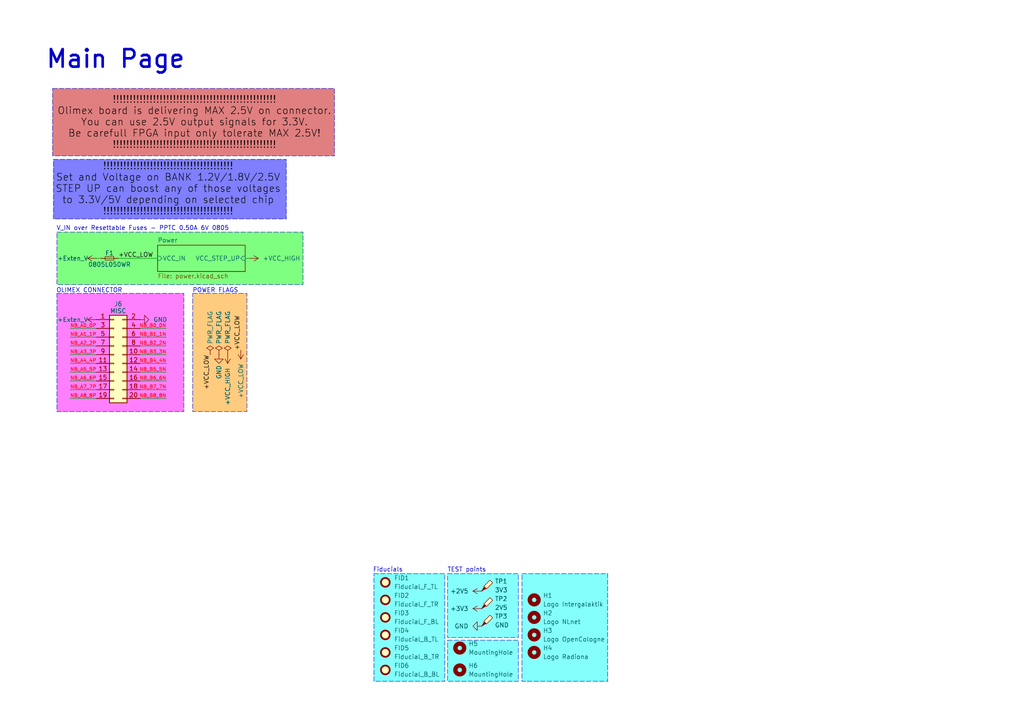
<source format=kicad_sch>
(kicad_sch (version 20231120) (generator "eeschema") (generator_version "8.0")
  (paper "A4")
  (title_block (title "${project_name} ${project_version}") (date "2024-12-02") (rev "${project_version}") (company "${project_creator}") (comment 1 "${project_license}"))
  (lib_symbols
    (symbol "Connector:TestPoint_Probe" (pin_numbers hide) (pin_names (offset 0.762) hide)
      (property "Reference" "TP" (at 1.651 5.842 0))
      (property "Value" "TestPoint_Probe" (at 1.651 4.064 0))
      (symbol "TestPoint_Probe_0_1"
        (polyline (pts (xy 1.27 0.762) (xy 0 0) (xy 0.762 1.27) (xy 1.27 0.762)) (fill (type outline)))
        (polyline (pts (xy 1.397 0.635) (xy 0.635 1.397) (xy 2.413 3.175) (xy 3.175 2.413) (xy 1.397 0.635)) (fill (type background)))
      )
      (symbol "TestPoint_Probe_1_1"
        (pin passive line (at 0 0 90) (length 0) (name "1") (number "1"))
      )
    )
    (symbol "Connector_Generic:Conn_02x10_Odd_Even" (pin_names (offset 1.016) hide)
      (property "Reference" "J" (at 1.27 12.7 0))
      (property "Value" "Conn_02x10_Odd_Even" (at 1.27 -15.24 0))
      (symbol "Conn_02x10_Odd_Even_1_1"
        (rectangle (start -1.27 -12.573) (end 0 -12.827) (stroke (width 0.1524)))
        (rectangle (start -1.27 -10.033) (end 0 -10.287) (stroke (width 0.1524)))
        (rectangle (start -1.27 -7.493) (end 0 -7.747) (stroke (width 0.1524)))
        (rectangle (start -1.27 -4.953) (end 0 -5.207) (stroke (width 0.1524)))
        (rectangle (start -1.27 -2.413) (end 0 -2.667) (stroke (width 0.1524)))
        (rectangle (start -1.27 0.127) (end 0 -0.127) (stroke (width 0.1524)))
        (rectangle (start -1.27 2.667) (end 0 2.413) (stroke (width 0.1524)))
        (rectangle (start -1.27 5.207) (end 0 4.953) (stroke (width 0.1524)))
        (rectangle (start -1.27 7.747) (end 0 7.493) (stroke (width 0.1524)))
        (rectangle (start -1.27 10.287) (end 0 10.033) (stroke (width 0.1524)))
        (rectangle (start -1.27 11.43) (end 3.81 -13.97) (stroke (width 0.254)) (fill (type background)))
        (rectangle (start 3.81 -12.573) (end 2.54 -12.827) (stroke (width 0.1524)))
        (rectangle (start 3.81 -10.033) (end 2.54 -10.287) (stroke (width 0.1524)))
        (rectangle (start 3.81 -7.493) (end 2.54 -7.747) (stroke (width 0.1524)))
        (rectangle (start 3.81 -4.953) (end 2.54 -5.207) (stroke (width 0.1524)))
        (rectangle (start 3.81 -2.413) (end 2.54 -2.667) (stroke (width 0.1524)))
        (rectangle (start 3.81 0.127) (end 2.54 -0.127) (stroke (width 0.1524)))
        (rectangle (start 3.81 2.667) (end 2.54 2.413) (stroke (width 0.1524)))
        (rectangle (start 3.81 5.207) (end 2.54 4.953) (stroke (width 0.1524)))
        (rectangle (start 3.81 7.747) (end 2.54 7.493) (stroke (width 0.1524)))
        (rectangle (start 3.81 10.287) (end 2.54 10.033) (stroke (width 0.1524)))
        (pin passive line (at -5.08 10.16 0) (length 3.81) (name "Pin_1") (number "1"))
        (pin passive line (at 7.62 0 180) (length 3.81) (name "Pin_10") (number "10"))
        (pin passive line (at -5.08 -2.54 0) (length 3.81) (name "Pin_11") (number "11"))
        (pin passive line (at 7.62 -2.54 180) (length 3.81) (name "Pin_12") (number "12"))
        (pin passive line (at -5.08 -5.08 0) (length 3.81) (name "Pin_13") (number "13"))
        (pin passive line (at 7.62 -5.08 180) (length 3.81) (name "Pin_14") (number "14"))
        (pin passive line (at -5.08 -7.62 0) (length 3.81) (name "Pin_15") (number "15"))
        (pin passive line (at 7.62 -7.62 180) (length 3.81) (name "Pin_16") (number "16"))
        (pin passive line (at -5.08 -10.16 0) (length 3.81) (name "Pin_17") (number "17"))
        (pin passive line (at 7.62 -10.16 180) (length 3.81) (name "Pin_18") (number "18"))
        (pin passive line (at -5.08 -12.7 0) (length 3.81) (name "Pin_19") (number "19"))
        (pin passive line (at 7.62 10.16 180) (length 3.81) (name "Pin_2") (number "2"))
        (pin passive line (at 7.62 -12.7 180) (length 3.81) (name "Pin_20") (number "20"))
        (pin passive line (at -5.08 7.62 0) (length 3.81) (name "Pin_3") (number "3"))
        (pin passive line (at 7.62 7.62 180) (length 3.81) (name "Pin_4") (number "4"))
        (pin passive line (at -5.08 5.08 0) (length 3.81) (name "Pin_5") (number "5"))
        (pin passive line (at 7.62 5.08 180) (length 3.81) (name "Pin_6") (number "6"))
        (pin passive line (at -5.08 2.54 0) (length 3.81) (name "Pin_7") (number "7"))
        (pin passive line (at 7.62 2.54 180) (length 3.81) (name "Pin_8") (number "8"))
        (pin passive line (at -5.08 0 0) (length 3.81) (name "Pin_9") (number "9"))
      )
    )
    (symbol "Device:Fuse_Small" (pin_numbers hide) (pin_names (offset 0.254) hide)
      (property "Reference" "F" (at 0 -1.524 0))
      (property "Value" "Fuse_Small" (at 0 1.524 0))
      (symbol "Fuse_Small_0_1"
        (rectangle (start -1.27 0.508) (end 1.27 -0.508))
        (polyline (pts (xy -1.27 0) (xy 1.27 0)))
      )
      (symbol "Fuse_Small_1_1"
        (pin passive line (at -2.54 0 0) (length 1.27) (name "~") (number "1"))
        (pin passive line (at 2.54 0 180) (length 1.27) (name "~") (number "2"))
      )
    )
    (symbol "Mechanical:Fiducial" (exclude_from_sim yes) (in_bom no)
      (property "Reference" "FID" (at 0 5.08 0))
      (property "Value" "Fiducial" (at 0 3.175 0))
      (symbol "Fiducial_0_1"
        (circle (center 0 0) (radius 1.27) (stroke (width 0.508)) (fill (type background)))
      )
    )
    (symbol "Mechanical:MountingHole" (pin_names (offset 1.016)) (exclude_from_sim yes) (in_bom no)
      (property "Reference" "H" (at 0 5.08 0))
      (property "Value" "MountingHole" (at 0 3.175 0))
      (symbol "MountingHole_0_1"
        (circle (center 0 0) (radius 1.27) (stroke (width 1.27)))
      )
    )
    (symbol "power:+2V5" (power) (pin_numbers hide) (pin_names (offset 0) hide)
      (property "Value" "+2V5" (at 0 3.556 0))
      (symbol "+2V5_0_1"
        (polyline (pts (xy -0.762 1.27) (xy 0 2.54)))
        (polyline (pts (xy 0 0) (xy 0 2.54)))
        (polyline (pts (xy 0 2.54) (xy 0.762 1.27)))
      )
      (symbol "+2V5_1_1"
        (pin power_in line (at 0 0 90) (length 0) (name "~") (number "1"))
      )
    )
    (symbol "power:GND" (power) (pin_numbers hide) (pin_names (offset 0) hide)
      (property "Value" "GND" (at 0 -3.81 0))
      (symbol "GND_0_1"
        (polyline (pts (xy 0 0) (xy 0 -1.27) (xy 1.27 -1.27) (xy 0 -2.54) (xy -1.27 -1.27) (xy 0 -1.27)))
      )
      (symbol "GND_1_1"
        (pin power_in line (at 0 0 270) (length 0) (name "~") (number "1"))
      )
    )
    (symbol "power:PWR_FLAG" (power) (pin_numbers hide) (pin_names (offset 0) hide)
      (property "Value" "PWR_FLAG" (at 0 3.81 0))
      (symbol "PWR_FLAG_0_0"
        (pin power_out line (at 0 0 90) (length 0) (name "~") (number "1"))
      )
      (symbol "PWR_FLAG_0_1"
        (polyline (pts (xy 0 0) (xy 0 1.27) (xy -1.016 1.905) (xy 0 2.54) (xy 1.016 1.905) (xy 0 1.27)))
      )
    )
  )
  (wire (pts (xy 40.64 113.03) (xy 48.26 113.03)))
  (wire (pts (xy 34.29 74.93) (xy 45.72 74.93)))
  (wire (pts (xy 40.64 107.95) (xy 48.26 107.95)))
  (wire (pts (xy 20.32 110.49) (xy 27.94 110.49)))
  (wire (pts (xy 20.32 107.95) (xy 27.94 107.95)))
  (wire (pts (xy 72.39 74.93) (xy 71.12 74.93)))
  (wire (pts (xy 20.32 102.87) (xy 27.94 102.87)))
  (wire (pts (xy 40.64 105.41) (xy 48.26 105.41)))
  (wire (pts (xy 40.64 102.87) (xy 48.26 102.87)))
  (wire (pts (xy 20.32 113.03) (xy 27.94 113.03)))
  (wire (pts (xy 20.32 115.57) (xy 27.94 115.57)))
  (wire (pts (xy 40.64 100.33) (xy 48.26 100.33)))
  (wire (pts (xy 40.64 110.49) (xy 48.26 110.49)))
  (wire (pts (xy 40.64 95.25) (xy 48.26 95.25)))
  (wire (pts (xy 20.32 100.33) (xy 27.94 100.33)))
  (wire (pts (xy 40.64 115.57) (xy 48.26 115.57)))
  (wire (pts (xy 20.32 95.25) (xy 27.94 95.25)))
  (wire (pts (xy 27.94 74.93) (xy 29.21 74.93)))
  (wire (pts (xy 40.64 97.79) (xy 48.26 97.79)))
  (wire (pts (xy 20.32 97.79) (xy 27.94 97.79)))
  (wire (pts (xy 20.32 105.41) (xy 27.94 105.41)))
  (rectangle (start 108.458 166.37) (end 129.032 197.612) (stroke (width 0.127) (type dash)) (fill (type color) (color 0 255 246 0.48)))
  (rectangle (start 151.384 166.37) (end 176.276 197.612) (stroke (width 0.127) (type dash)) (fill (type color) (color 0 255 246 0.48)))
  (rectangle (start 16.51 67.31) (end 87.884 82.55) (stroke (width 0.127) (type dash)) (fill (type color) (color 0 255 0 0.5)))
  (rectangle (start 16.51 85.09) (end 53.34 119.38) (stroke (width 0.127) (type dash)) (fill (type color) (color 255 0 255 0.5)))
  (rectangle (start 129.794 185.674) (end 150.368 197.612) (stroke (width 0.127) (type dash)) (fill (type color) (color 0 255 246 0.48)))
  (rectangle (start 129.794 166.37) (end 150.368 184.912) (stroke (width 0.127) (type dash)) (fill (type color) (color 0 255 246 0.48)))
  (rectangle (start 55.88 85.09) (end 71.628 119.38) (stroke (width 0.127) (type dash)) (fill (type color) (color 255 153 0 0.5)))
  (rectangle (start 15.494 46.228) (end 83.058 63.5) (stroke (width 0.127) (type dash)) (fill (type color) (color 0 0 255 0.5)))
  (rectangle (start 15.24 25.654) (end 97.028 45.212) (stroke (width 0.127) (type dash)) (fill (type color) (color 194 0 0 0.5)))
  (text "TEST points" (at 135.382 165.354 0) (effects (font (size 1.27 1.27))))
  (text "POWER FLAGS" (at 62.484 84.328 0) (effects (font (size 1.27 1.27))))
  (text "V_IN over Resettable Fuses - PPTC 0.50A 6V 0805" (at 41.402 66.294 0) (effects (font (size 1.27 1.27))))
  (text "!!!!!!!!!!!!!!!!!!!!!!!!!!!!!!!!!!!!!!!!!!!!!!!!!\nOlimex board is delivering MAX 2.5V on connector.\nYou can use 2.5V output signals for 3.3V.\nBe carefull FPGA input only tolerate MAX 2.5V!\n!!!!!!!!!!!!!!!!!!!!!!!!!!!!!!!!!!!!!!!!!!!!!!!!!" (at 56.388 35.56 0) (effects (font (size 2.032 2.032))))
  (text "Fiducials" (at 112.522 165.354 0) (effects (font (size 1.27 1.27))))
  (text "OLIMEX CONNECTOR" (at 25.908 84.328 0) (effects (font (size 1.27 1.27))))
  (text "Main Page" (at 33.528 17.272 0) (effects (font (size 5.08 5.08) (thickness 0.762) (bold yes))))
  (text "!!!!!!!!!!!!!!!!!!!!!!!!!!!!!!!!!!!!!!!\nSet and Voltage on BANK 1.2V/1.8V/2.5V\nSTEP UP can boost any of those voltages\nto 3.3V/5V depending on selected chip\n!!!!!!!!!!!!!!!!!!!!!!!!!!!!!!!!!!!!!!!\n" (at 48.768 54.864 0) (effects (font (size 2.032 2.032))))
  (label "NB_B5_5N" (at 48.26 107.95 180) (effects (font (size 1.016 1.016))))
  (label "NB_A7_7P" (at 20.32 113.03 0) (effects (font (size 1.016 1.016))))
  (label "NB_B4_4N" (at 48.26 105.41 180) (effects (font (size 1.016 1.016))))
  (label "NB_A8_8P" (at 20.32 115.57 0) (effects (font (size 1.016 1.016))))
  (label "+VCC_LOW" (at 69.85 101.6 90))
  (label "NB_B8_8N" (at 48.26 115.57 180) (effects (font (size 1.016 1.016))))
  (label "NB_A6_6P" (at 20.32 110.49 0) (effects (font (size 1.016 1.016))))
  (label "NB_A5_5P" (at 20.32 107.95 0) (effects (font (size 1.016 1.016))))
  (label "NB_A2_2P" (at 20.32 100.33 0) (effects (font (size 1.016 1.016))))
  (label "+VCC_LOW" (at 60.96 102.87 270))
  (label "NB_B2_2N" (at 48.26 100.33 180) (effects (font (size 1.016 1.016))))
  (label "NB_B6_6N" (at 48.26 110.49 180) (effects (font (size 1.016 1.016))))
  (label "NB_B7_7N" (at 48.26 113.03 180) (effects (font (size 1.016 1.016))))
  (label "NB_A1_1P" (at 20.32 97.79 0) (effects (font (size 1.016 1.016))))
  (label "+VCC_LOW" (at 34.29 74.93 0))
  (label "NB_B1_1N" (at 48.26 97.79 180) (effects (font (size 1.016 1.016))))
  (label "NB_A4_4P" (at 20.32 105.41 0) (effects (font (size 1.016 1.016))))
  (label "NB_B3_3N" (at 48.26 102.87 180) (effects (font (size 1.016 1.016))))
  (label "NB_A3_3P" (at 20.32 102.87 0) (effects (font (size 1.016 1.016))))
  (label "NB_B0_0N" (at 48.26 95.25 180) (effects (font (size 1.016 1.016))))
  (label "NB_A0_0P" (at 20.32 95.25 0) (effects (font (size 1.016 1.016))))
  (symbol (lib_id "Mechanical:Fiducial") (at 111.76 189.23 0) (unit 1) (exclude_from_sim yes) (in_bom no)
    (property "Reference" "FID5" (at 114.3 187.9599 0) (effects (justify left)))
    (property "Value" "Fiducial_B_TR" (at 114.3 190.4999 0) (effects (justify left)))
    (property "Footprint" "Fiducial:Fiducial_0.5mm_Mask1mm" (effects (hide yes)))
    (property "Description" "Fiducial Marker" (effects (hide yes)))
  )
  (symbol (lib_id "Connector:TestPoint_Probe") (at 139.7 171.45 0) (unit 1)
    (property "Reference" "TP1" (at 143.51 168.5924 0) (effects (justify left)))
    (property "Value" "3V3" (at 143.51 171.1324 0) (effects (justify left)))
    (property "Footprint" "TestPoint:TestPoint_Pad_D1.0mm" (effects (hide yes)))
    (property "Description" "test point (alternative probe-style design)" (effects (hide yes)))
  )
  (symbol (lib_id "Connector:TestPoint_Probe") (at 139.7 176.53 0) (unit 1)
    (property "Reference" "TP2" (at 143.51 173.6724 0) (effects (justify left)))
    (property "Value" "2V5" (at 143.51 176.2124 0) (effects (justify left)))
    (property "Footprint" "TestPoint:TestPoint_Pad_D1.0mm" (effects (hide yes)))
    (property "Description" "test point (alternative probe-style design)" (effects (hide yes)))
  )
  (symbol (lib_id "power:GND") (at 63.5 102.87 0) (unit 1)
    (property "Reference" "#PWR012" (effects (hide yes)))
    (property "Value" "GND" (at 63.5 107.95 90))
    (property "Description" "Power symbol creates a global label with name \"GND\" , ground" (effects (hide yes)))
  )
  (symbol (lib_id "Mechanical:MountingHole") (at 154.94 173.99 0) (unit 1) (exclude_from_sim yes) (in_bom no)
    (property "Reference" "H1" (at 157.48 172.7199 0) (effects (justify left)))
    (property "Value" "Logo Intergalaktik" (at 157.48 175.2599 0) (effects (justify left)))
    (property "Footprint" "intergalaktik:intergalaktik" (effects (hide yes)))
    (property "Description" "Mounting Hole without connection" (effects (hide yes)))
  )
  (symbol (lib_id "power:GND") (at 139.7 181.61 270) (unit 1)
    (property "Reference" "#PWR05" (effects (hide yes)))
    (property "Value" "GND" (at 135.89 181.6099 90) (effects (justify right)))
    (property "Description" "Power symbol creates a global label with name \"GND\" , ground" (effects (hide yes)))
  )
  (symbol (lib_id "power:+2V5") (at 72.39 74.93 270) (unit 1)
    (property "Reference" "#PWR010" (effects (hide yes)))
    (property "Value" "+VCC_HIGH" (at 76.2 74.9299 90) (effects (justify left)))
    (property "Description" "Power symbol creates a global label with name \"+2V5\"" (effects (hide yes)))
  )
  (symbol (lib_id "power:+2V5") (at 69.85 101.6 180) (unit 1)
    (property "Reference" "#PWR011" (effects (hide yes)))
    (property "Value" "+VCC_LOW" (at 69.8501 105.41 90) (effects (justify left)))
    (property "Description" "Power symbol creates a global label with name \"+2V5\"" (effects (hide yes)))
  )
  (symbol (lib_id "power:+2V5") (at 66.04 102.87 180) (unit 1)
    (property "Reference" "#PWR014" (effects (hide yes)))
    (property "Value" "+VCC_HIGH" (at 66.0401 106.68 90) (effects (justify left)))
    (property "Description" "Power symbol creates a global label with name \"+2V5\"" (effects (hide yes)))
  )
  (symbol (lib_id "power:+2V5") (at 139.7 176.53 90) (unit 1)
    (property "Reference" "#PWR02" (effects (hide yes)))
    (property "Value" "+3V3" (at 135.89 176.5301 90) (effects (justify left)))
    (property "Description" "Power symbol creates a global label with name \"+2V5\"" (effects (hide yes)))
  )
  (symbol (lib_id "Mechanical:Fiducial") (at 111.76 168.91 0) (unit 1) (exclude_from_sim yes) (in_bom no)
    (property "Reference" "FID1" (at 114.3 167.6399 0) (effects (justify left)))
    (property "Value" "Fiducial_F_TL" (at 114.3 170.1799 0) (effects (justify left)))
    (property "Footprint" "Fiducial:Fiducial_0.5mm_Mask1mm" (effects (hide yes)))
    (property "Description" "Fiducial Marker" (effects (hide yes)))
  )
  (symbol (lib_id "Mechanical:MountingHole") (at 133.35 194.31 0) (unit 1) (exclude_from_sim yes) (in_bom no)
    (property "Reference" "H6" (at 135.89 193.0399 0) (effects (justify left)))
    (property "Value" "MountingHole" (at 135.89 195.5799 0) (effects (justify left)))
    (property "Footprint" "MountingHole:MountingHole_2.2mm_M2" (effects (hide yes)))
    (property "Description" "Mounting Hole without connection" (effects (hide yes)))
  )
  (symbol (lib_id "Mechanical:MountingHole") (at 154.94 189.23 0) (unit 1) (exclude_from_sim yes) (in_bom no)
    (property "Reference" "H4" (at 157.48 187.9599 0) (effects (justify left)))
    (property "Value" "Logo Radiona" (at 157.48 190.4999 0) (effects (justify left)))
    (property "Footprint" "radiona:radiona_small" (effects (hide yes)))
    (property "Description" "Mounting Hole without connection" (effects (hide yes)))
  )
  (symbol (lib_id "power:PWR_FLAG") (at 60.96 102.87 0) (unit 1)
    (property "Reference" "#FLG01" (effects (hide yes)))
    (property "Value" "PWR_FLAG" (at 60.96 94.996 90))
    (property "Description" "Special symbol for telling ERC where power comes from" (effects (hide yes)))
  )
  (symbol (lib_id "Connector:TestPoint_Probe") (at 139.7 181.61 0) (unit 1)
    (property "Reference" "TP3" (at 143.51 178.7524 0) (effects (justify left)))
    (property "Value" "GND" (at 143.51 181.2924 0) (effects (justify left)))
    (property "Footprint" "TestPoint:TestPoint_Pad_D1.0mm" (effects (hide yes)))
    (property "Description" "test point (alternative probe-style design)" (effects (hide yes)))
  )
  (symbol (lib_id "Connector_Generic:Conn_02x10_Odd_Even") (at 33.02 102.87 0) (unit 1)
    (property "Reference" "J6" (at 34.29 88.138 0))
    (property "Value" "MISC" (at 34.29 90.17 0))
    (property "Footprint" "Connector_PinSocket_2.54mm:PinSocket_2x10_P2.54mm_Vertical_SMD" (effects (hide yes)))
    (property "Description" "Generic connector, double row, 02x10, odd/even pin numbering scheme (row 1 odd numbers, row 2 even numbers), script generated (kicad-library-utils/schlib/autogen/connector/)" (effects (hide yes)))
  )
  (symbol (lib_id "Mechanical:Fiducial") (at 111.76 179.07 0) (unit 1) (exclude_from_sim yes) (in_bom no)
    (property "Reference" "FID3" (at 114.3 177.7999 0) (effects (justify left)))
    (property "Value" "Fiducial_F_BL" (at 114.3 180.3399 0) (effects (justify left)))
    (property "Footprint" "Fiducial:Fiducial_0.5mm_Mask1mm" (effects (hide yes)))
    (property "Description" "Fiducial Marker" (effects (hide yes)))
  )
  (symbol (lib_id "power:PWR_FLAG") (at 63.5 102.87 0) (unit 1)
    (property "Reference" "#FLG02" (effects (hide yes)))
    (property "Value" "PWR_FLAG" (at 63.5 94.996 90))
    (property "Description" "Special symbol for telling ERC where power comes from" (effects (hide yes)))
  )
  (symbol (lib_id "Mechanical:MountingHole") (at 133.35 187.96 0) (unit 1) (exclude_from_sim yes) (in_bom no)
    (property "Reference" "H5" (at 135.89 186.6899 0) (effects (justify left)))
    (property "Value" "MountingHole" (at 135.89 189.2299 0) (effects (justify left)))
    (property "Footprint" "MountingHole:MountingHole_2.2mm_M2" (effects (hide yes)))
    (property "Description" "Mounting Hole without connection" (effects (hide yes)))
  )
  (symbol (lib_id "Mechanical:MountingHole") (at 154.94 179.07 0) (unit 1) (exclude_from_sim yes) (in_bom no)
    (property "Reference" "H2" (at 157.48 177.7999 0) (effects (justify left)))
    (property "Value" "Logo NLnet" (at 157.48 180.3399 0) (effects (justify left)))
    (property "Footprint" "nlnet:nlnet" (effects (hide yes)))
    (property "Description" "Mounting Hole without connection" (effects (hide yes)))
  )
  (symbol (lib_id "Mechanical:MountingHole") (at 154.94 184.15 0) (unit 1) (exclude_from_sim yes) (in_bom no)
    (property "Reference" "H3" (at 157.48 182.8799 0) (effects (justify left)))
    (property "Value" "Logo OpenCologne" (at 157.48 185.4199 0) (effects (justify left)))
    (property "Footprint" "Cologne:open_cologne_small" (effects (hide yes)))
    (property "Description" "Mounting Hole without connection" (effects (hide yes)))
  )
  (symbol (lib_id "Mechanical:Fiducial") (at 111.76 173.99 0) (unit 1) (exclude_from_sim yes) (in_bom no)
    (property "Reference" "FID2" (at 114.3 172.7199 0) (effects (justify left)))
    (property "Value" "Fiducial_F_TR" (at 114.3 175.2599 0) (effects (justify left)))
    (property "Footprint" "Fiducial:Fiducial_0.5mm_Mask1mm" (effects (hide yes)))
    (property "Description" "Fiducial Marker" (effects (hide yes)))
  )
  (symbol (lib_id "Mechanical:Fiducial") (at 111.76 194.31 0) (unit 1) (exclude_from_sim yes) (in_bom no)
    (property "Reference" "FID6" (at 114.3 193.0399 0) (effects (justify left)))
    (property "Value" "Fiducial_B_BL" (at 114.3 195.5799 0) (effects (justify left)))
    (property "Footprint" "Fiducial:Fiducial_0.5mm_Mask1mm" (effects (hide yes)))
    (property "Description" "Fiducial Marker" (effects (hide yes)))
  )
  (symbol (lib_id "Mechanical:Fiducial") (at 111.76 184.15 0) (unit 1) (exclude_from_sim yes) (in_bom no)
    (property "Reference" "FID4" (at 114.3 182.8799 0) (effects (justify left)))
    (property "Value" "Fiducial_B_TL" (at 114.3 185.4199 0) (effects (justify left)))
    (property "Footprint" "Fiducial:Fiducial_0.5mm_Mask1mm" (effects (hide yes)))
    (property "Description" "Fiducial Marker" (effects (hide yes)))
  )
  (symbol (lib_id "power:PWR_FLAG") (at 66.04 102.87 0) (unit 1)
    (property "Reference" "#FLG03" (effects (hide yes)))
    (property "Value" "PWR_FLAG" (at 66.04 94.996 90))
    (property "Description" "Special symbol for telling ERC where power comes from" (effects (hide yes)))
  )
  (symbol (lib_id "power:+2V5") (at 139.7 171.45 90) (unit 1)
    (property "Reference" "#PWR01" (effects (hide yes)))
    (property "Value" "+2V5" (at 135.89 171.4499 90) (effects (justify left)))
    (property "Description" "Power symbol creates a global label with name \"+2V5\"" (effects (hide yes)))
  )
  (symbol (lib_id "power:+2V5") (at 27.94 92.71 90) (unit 1)
    (property "Reference" "#PWR08" (effects (hide yes)))
    (property "Value" "+Exten_V" (at 21.082 92.71 90))
    (property "Description" "Power symbol creates a global label with name \"+2V5\"" (effects (hide yes)))
  )
  (symbol (lib_id "power:GND") (at 40.64 92.71 90) (unit 1)
    (property "Reference" "#PWR09" (effects (hide yes)))
    (property "Value" "GND" (at 44.45 92.7099 90) (effects (justify right)))
    (property "Description" "Power symbol creates a global label with name \"GND\" , ground" (effects (hide yes)))
  )
  (symbol (lib_id "power:+2V5") (at 27.94 74.93 90) (unit 1)
    (property "Reference" "#PWR07" (effects (hide yes)))
    (property "Value" "+Exten_V" (at 21.082 74.93 90))
    (property "Description" "Power symbol creates a global label with name \"+2V5\"" (effects (hide yes)))
  )
  (symbol (lib_id "Device:Fuse_Small") (at 31.75 74.93 0) (unit 1)
    (property "Reference" "F1" (at 31.75 73.406 0))
    (property "Value" "0805L050WR" (at 31.75 76.708 0))
    (property "Footprint" "Fuse:Fuse_0805_2012Metric" (effects (hide yes)))
    (property "Datasheet" "https://www.littelfuse.com/media?resourcetype=datasheets&itemid=3b1fa5dc-24aa-4363-b543-edb057c2fffa&filename=littelfuse_ptc_0805l_datasheet.pdf" (effects (hide yes)))
    (property "Description" "Fuse, small symbol" (effects (hide yes)))
  )
  (sheet (at 45.72 71.12) (size 25.4 7.62) (stroke (width 0.1524))
    (property "Sheetname" "Power" (at 45.72 70.4084 0) (effects (justify left bottom)))
    (property "Sheetfile" "power.kicad_sch" (at 45.72 79.3246 0) (effects (justify left top)))
    (pin "VCC_STEP_UP" input (at 71.12 74.93 0))
    (pin "VCC_IN" input (at 45.72 74.93 180))
  )
)
</source>
